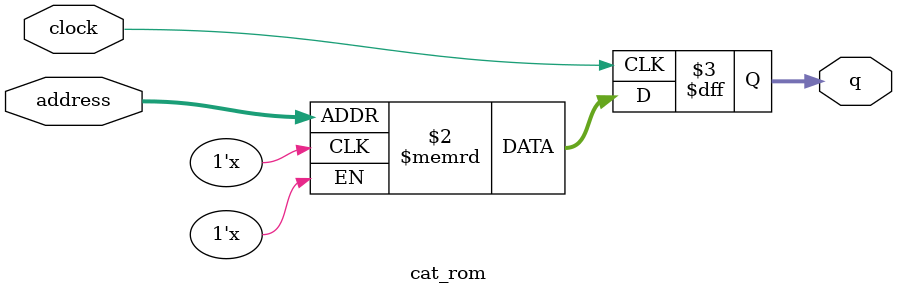
<source format=sv>
module cat_rom (
	input logic clock,
	input logic [7:0] address,
	output logic [2:0] q
);

logic [2:0] memory [0:224] /* synthesis ram_init_file = "./cat/cat.mif" */;

always_ff @ (posedge clock) begin
	q <= memory[address];
end

endmodule

</source>
